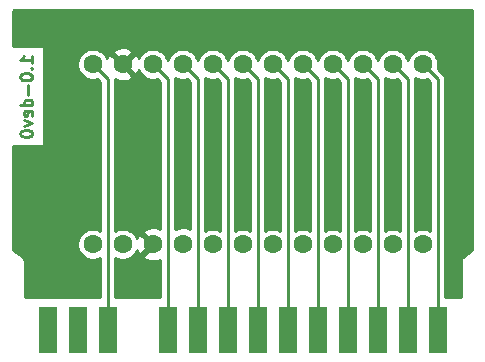
<source format=gbr>
G04 #@! TF.GenerationSoftware,KiCad,Pcbnew,(5.1.9-0-10_14)*
G04 #@! TF.CreationDate,2021-02-11T14:48:44-08:00*
G04 #@! TF.ProjectId,cart,63617274-2e6b-4696-9361-645f70636258,rev?*
G04 #@! TF.SameCoordinates,Original*
G04 #@! TF.FileFunction,Copper,L2,Bot*
G04 #@! TF.FilePolarity,Positive*
%FSLAX46Y46*%
G04 Gerber Fmt 4.6, Leading zero omitted, Abs format (unit mm)*
G04 Created by KiCad (PCBNEW (5.1.9-0-10_14)) date 2021-02-11 14:48:44*
%MOMM*%
%LPD*%
G01*
G04 APERTURE LIST*
G04 #@! TA.AperFunction,NonConductor*
%ADD10C,0.228600*%
G04 #@! TD*
G04 #@! TA.AperFunction,ConnectorPad*
%ADD11R,1.600000X4.000000*%
G04 #@! TD*
G04 #@! TA.AperFunction,ComponentPad*
%ADD12C,1.600000*%
G04 #@! TD*
G04 #@! TA.AperFunction,ViaPad*
%ADD13C,0.600000*%
G04 #@! TD*
G04 #@! TA.AperFunction,Conductor*
%ADD14C,0.254000*%
G04 #@! TD*
G04 #@! TA.AperFunction,Conductor*
%ADD15C,0.100000*%
G04 #@! TD*
G04 APERTURE END LIST*
D10*
X121871619Y-104046685D02*
X121871619Y-103466113D01*
X121871619Y-103756399D02*
X120855619Y-103756399D01*
X121000761Y-103659637D01*
X121097523Y-103562875D01*
X121145904Y-103466113D01*
X121774857Y-104482113D02*
X121823238Y-104530494D01*
X121871619Y-104482113D01*
X121823238Y-104433732D01*
X121774857Y-104482113D01*
X121871619Y-104482113D01*
X120855619Y-105159447D02*
X120855619Y-105256209D01*
X120904000Y-105352970D01*
X120952380Y-105401351D01*
X121049142Y-105449732D01*
X121242666Y-105498113D01*
X121484571Y-105498113D01*
X121678095Y-105449732D01*
X121774857Y-105401351D01*
X121823238Y-105352970D01*
X121871619Y-105256209D01*
X121871619Y-105159447D01*
X121823238Y-105062685D01*
X121774857Y-105014304D01*
X121678095Y-104965923D01*
X121484571Y-104917542D01*
X121242666Y-104917542D01*
X121049142Y-104965923D01*
X120952380Y-105014304D01*
X120904000Y-105062685D01*
X120855619Y-105159447D01*
X121484571Y-105933542D02*
X121484571Y-106707637D01*
X121871619Y-107626875D02*
X120855619Y-107626875D01*
X121823238Y-107626875D02*
X121871619Y-107530113D01*
X121871619Y-107336590D01*
X121823238Y-107239828D01*
X121774857Y-107191447D01*
X121678095Y-107143066D01*
X121387809Y-107143066D01*
X121291047Y-107191447D01*
X121242666Y-107239828D01*
X121194285Y-107336590D01*
X121194285Y-107530113D01*
X121242666Y-107626875D01*
X121823238Y-108497732D02*
X121871619Y-108400970D01*
X121871619Y-108207447D01*
X121823238Y-108110685D01*
X121726476Y-108062304D01*
X121339428Y-108062304D01*
X121242666Y-108110685D01*
X121194285Y-108207447D01*
X121194285Y-108400970D01*
X121242666Y-108497732D01*
X121339428Y-108546113D01*
X121436190Y-108546113D01*
X121532952Y-108062304D01*
X121194285Y-108884780D02*
X121871619Y-109126685D01*
X121194285Y-109368590D01*
X120855619Y-109949161D02*
X120855619Y-110045923D01*
X120904000Y-110142685D01*
X120952380Y-110191066D01*
X121049142Y-110239447D01*
X121242666Y-110287828D01*
X121484571Y-110287828D01*
X121678095Y-110239447D01*
X121774857Y-110191066D01*
X121823238Y-110142685D01*
X121871619Y-110045923D01*
X121871619Y-109949161D01*
X121823238Y-109852399D01*
X121774857Y-109804018D01*
X121678095Y-109755637D01*
X121484571Y-109707256D01*
X121242666Y-109707256D01*
X121049142Y-109755637D01*
X120952380Y-109804018D01*
X120904000Y-109852399D01*
X120855619Y-109949161D01*
D11*
X123190000Y-126619000D03*
X125730000Y-126619000D03*
X128270000Y-126619000D03*
X133350000Y-126619000D03*
X135890000Y-126619000D03*
X138430000Y-126619000D03*
X140970000Y-126619000D03*
X143510000Y-126619000D03*
X146050000Y-126619000D03*
X148590000Y-126619000D03*
X151130000Y-126619000D03*
X156210000Y-126619000D03*
X153670000Y-126619000D03*
D12*
X127000000Y-104140000D03*
X129540000Y-104140000D03*
X132080000Y-104140000D03*
X134620000Y-104140000D03*
X137160000Y-104140000D03*
X139700000Y-104140000D03*
X142240000Y-104140000D03*
X144780000Y-104140000D03*
X147320000Y-104140000D03*
X149860000Y-104140000D03*
X152400000Y-104140000D03*
X154940000Y-104140000D03*
X154940000Y-119380000D03*
X152400000Y-119380000D03*
X149860000Y-119380000D03*
X147320000Y-119380000D03*
X144780000Y-119380000D03*
X142240000Y-119380000D03*
X139700000Y-119380000D03*
X137160000Y-119380000D03*
X134620000Y-119380000D03*
X132080000Y-119380000D03*
X129540000Y-119380000D03*
X127000000Y-119380000D03*
D13*
X134620000Y-111760000D03*
X137160000Y-111760000D03*
X139700000Y-111760000D03*
X142240000Y-111760000D03*
X144780000Y-111760000D03*
X147320000Y-111760000D03*
X149860000Y-111760000D03*
X152400000Y-111760000D03*
X154940000Y-111760000D03*
X158115000Y-117475000D03*
X125095000Y-111760000D03*
D14*
X128270000Y-105410000D02*
X128270000Y-126619000D01*
X127000000Y-104140000D02*
X128270000Y-105410000D01*
X133350000Y-105410000D02*
X133350000Y-126619000D01*
X132080000Y-104140000D02*
X133350000Y-105410000D01*
X135890000Y-105410000D02*
X135890000Y-126619000D01*
X134620000Y-104140000D02*
X135890000Y-105410000D01*
X138430000Y-105410000D02*
X138430000Y-126619000D01*
X137160000Y-104140000D02*
X138430000Y-105410000D01*
X140970000Y-105410000D02*
X140970000Y-126619000D01*
X139700000Y-104140000D02*
X140970000Y-105410000D01*
X143510000Y-105410000D02*
X143510000Y-126619000D01*
X142240000Y-104140000D02*
X143510000Y-105410000D01*
X146050000Y-105410000D02*
X146050000Y-126619000D01*
X144780000Y-104140000D02*
X146050000Y-105410000D01*
X148590000Y-105410000D02*
X148590000Y-126619000D01*
X147320000Y-104140000D02*
X148590000Y-105410000D01*
X151130000Y-105410000D02*
X151130000Y-126619000D01*
X149860000Y-104140000D02*
X151130000Y-105410000D01*
X156210000Y-105410000D02*
X156210000Y-126619000D01*
X154940000Y-104140000D02*
X156210000Y-105410000D01*
X153670000Y-105410000D02*
X153670000Y-126619000D01*
X152400000Y-104140000D02*
X153670000Y-105410000D01*
X159017344Y-99542792D02*
X159045572Y-99551315D01*
X159071609Y-99565159D01*
X159094460Y-99583796D01*
X159113257Y-99606517D01*
X159127278Y-99632448D01*
X159135998Y-99660620D01*
X159142000Y-99717722D01*
X159142001Y-119840896D01*
X158420334Y-120390807D01*
X158410579Y-120396021D01*
X158372756Y-120427062D01*
X158357746Y-120438499D01*
X158349713Y-120445972D01*
X158317999Y-120471999D01*
X158305935Y-120486699D01*
X158292027Y-120499638D01*
X158268040Y-120532875D01*
X158242021Y-120564580D01*
X158233060Y-120581344D01*
X158221940Y-120596753D01*
X158204895Y-120634038D01*
X158185564Y-120670204D01*
X158180046Y-120688393D01*
X158172145Y-120705677D01*
X158162701Y-120745575D01*
X158150798Y-120784812D01*
X158148935Y-120803726D01*
X158144557Y-120822221D01*
X158143078Y-120863199D01*
X158142000Y-120874140D01*
X158142000Y-120893046D01*
X158140236Y-120941907D01*
X158142000Y-120952819D01*
X158142000Y-123888500D01*
X156845000Y-123888500D01*
X156845000Y-105441180D01*
X156848071Y-105409999D01*
X156845000Y-105378818D01*
X156845000Y-105378808D01*
X156835812Y-105285518D01*
X156799502Y-105165820D01*
X156740538Y-105055507D01*
X156740537Y-105055505D01*
X156681068Y-104983043D01*
X156661185Y-104958815D01*
X156636956Y-104938931D01*
X156201354Y-104503330D01*
X156248000Y-104268827D01*
X156248000Y-104011173D01*
X156197734Y-103758470D01*
X156099135Y-103520430D01*
X155955990Y-103306199D01*
X155773801Y-103124010D01*
X155559570Y-102980865D01*
X155321530Y-102882266D01*
X155068827Y-102832000D01*
X154811173Y-102832000D01*
X154558470Y-102882266D01*
X154320430Y-102980865D01*
X154106199Y-103124010D01*
X153924010Y-103306199D01*
X153780865Y-103520430D01*
X153682266Y-103758470D01*
X153670000Y-103820135D01*
X153657734Y-103758470D01*
X153559135Y-103520430D01*
X153415990Y-103306199D01*
X153233801Y-103124010D01*
X153019570Y-102980865D01*
X152781530Y-102882266D01*
X152528827Y-102832000D01*
X152271173Y-102832000D01*
X152018470Y-102882266D01*
X151780430Y-102980865D01*
X151566199Y-103124010D01*
X151384010Y-103306199D01*
X151240865Y-103520430D01*
X151142266Y-103758470D01*
X151130000Y-103820135D01*
X151117734Y-103758470D01*
X151019135Y-103520430D01*
X150875990Y-103306199D01*
X150693801Y-103124010D01*
X150479570Y-102980865D01*
X150241530Y-102882266D01*
X149988827Y-102832000D01*
X149731173Y-102832000D01*
X149478470Y-102882266D01*
X149240430Y-102980865D01*
X149026199Y-103124010D01*
X148844010Y-103306199D01*
X148700865Y-103520430D01*
X148602266Y-103758470D01*
X148590000Y-103820135D01*
X148577734Y-103758470D01*
X148479135Y-103520430D01*
X148335990Y-103306199D01*
X148153801Y-103124010D01*
X147939570Y-102980865D01*
X147701530Y-102882266D01*
X147448827Y-102832000D01*
X147191173Y-102832000D01*
X146938470Y-102882266D01*
X146700430Y-102980865D01*
X146486199Y-103124010D01*
X146304010Y-103306199D01*
X146160865Y-103520430D01*
X146062266Y-103758470D01*
X146050000Y-103820135D01*
X146037734Y-103758470D01*
X145939135Y-103520430D01*
X145795990Y-103306199D01*
X145613801Y-103124010D01*
X145399570Y-102980865D01*
X145161530Y-102882266D01*
X144908827Y-102832000D01*
X144651173Y-102832000D01*
X144398470Y-102882266D01*
X144160430Y-102980865D01*
X143946199Y-103124010D01*
X143764010Y-103306199D01*
X143620865Y-103520430D01*
X143522266Y-103758470D01*
X143510000Y-103820135D01*
X143497734Y-103758470D01*
X143399135Y-103520430D01*
X143255990Y-103306199D01*
X143073801Y-103124010D01*
X142859570Y-102980865D01*
X142621530Y-102882266D01*
X142368827Y-102832000D01*
X142111173Y-102832000D01*
X141858470Y-102882266D01*
X141620430Y-102980865D01*
X141406199Y-103124010D01*
X141224010Y-103306199D01*
X141080865Y-103520430D01*
X140982266Y-103758470D01*
X140970000Y-103820135D01*
X140957734Y-103758470D01*
X140859135Y-103520430D01*
X140715990Y-103306199D01*
X140533801Y-103124010D01*
X140319570Y-102980865D01*
X140081530Y-102882266D01*
X139828827Y-102832000D01*
X139571173Y-102832000D01*
X139318470Y-102882266D01*
X139080430Y-102980865D01*
X138866199Y-103124010D01*
X138684010Y-103306199D01*
X138540865Y-103520430D01*
X138442266Y-103758470D01*
X138430000Y-103820135D01*
X138417734Y-103758470D01*
X138319135Y-103520430D01*
X138175990Y-103306199D01*
X137993801Y-103124010D01*
X137779570Y-102980865D01*
X137541530Y-102882266D01*
X137288827Y-102832000D01*
X137031173Y-102832000D01*
X136778470Y-102882266D01*
X136540430Y-102980865D01*
X136326199Y-103124010D01*
X136144010Y-103306199D01*
X136000865Y-103520430D01*
X135902266Y-103758470D01*
X135890000Y-103820135D01*
X135877734Y-103758470D01*
X135779135Y-103520430D01*
X135635990Y-103306199D01*
X135453801Y-103124010D01*
X135239570Y-102980865D01*
X135001530Y-102882266D01*
X134748827Y-102832000D01*
X134491173Y-102832000D01*
X134238470Y-102882266D01*
X134000430Y-102980865D01*
X133786199Y-103124010D01*
X133604010Y-103306199D01*
X133460865Y-103520430D01*
X133362266Y-103758470D01*
X133350000Y-103820135D01*
X133337734Y-103758470D01*
X133239135Y-103520430D01*
X133095990Y-103306199D01*
X132913801Y-103124010D01*
X132699570Y-102980865D01*
X132461530Y-102882266D01*
X132208827Y-102832000D01*
X131951173Y-102832000D01*
X131698470Y-102882266D01*
X131460430Y-102980865D01*
X131246199Y-103124010D01*
X131064010Y-103306199D01*
X130920865Y-103520430D01*
X130878772Y-103622051D01*
X130843603Y-103523708D01*
X130776671Y-103398486D01*
X130532702Y-103326903D01*
X129719605Y-104140000D01*
X130532702Y-104953097D01*
X130776671Y-104881514D01*
X130880492Y-104662100D01*
X130920865Y-104759570D01*
X131064010Y-104973801D01*
X131246199Y-105155990D01*
X131460430Y-105299135D01*
X131698470Y-105397734D01*
X131951173Y-105448000D01*
X132208827Y-105448000D01*
X132443330Y-105401354D01*
X132715000Y-105673025D01*
X132715001Y-118092930D01*
X132566004Y-118022429D01*
X132291816Y-117953700D01*
X132009488Y-117939783D01*
X131729870Y-117981213D01*
X131463708Y-118076397D01*
X131338486Y-118143329D01*
X131266903Y-118387298D01*
X132080000Y-119200395D01*
X132094143Y-119186253D01*
X132273748Y-119365858D01*
X132259605Y-119380000D01*
X132273748Y-119394143D01*
X132094143Y-119573748D01*
X132080000Y-119559605D01*
X131266903Y-120372702D01*
X131338486Y-120616671D01*
X131593996Y-120737571D01*
X131868184Y-120806300D01*
X132150512Y-120820217D01*
X132430130Y-120778787D01*
X132696292Y-120683603D01*
X132715001Y-120673603D01*
X132715001Y-123888500D01*
X128905000Y-123888500D01*
X128905000Y-120528825D01*
X128920430Y-120539135D01*
X129158470Y-120637734D01*
X129411173Y-120688000D01*
X129668827Y-120688000D01*
X129921530Y-120637734D01*
X130159570Y-120539135D01*
X130373801Y-120395990D01*
X130555990Y-120213801D01*
X130699135Y-119999570D01*
X130741228Y-119897949D01*
X130776397Y-119996292D01*
X130843329Y-120121514D01*
X131087298Y-120193097D01*
X131900395Y-119380000D01*
X131087298Y-118566903D01*
X130843329Y-118638486D01*
X130739508Y-118857900D01*
X130699135Y-118760430D01*
X130555990Y-118546199D01*
X130373801Y-118364010D01*
X130159570Y-118220865D01*
X129921530Y-118122266D01*
X129668827Y-118072000D01*
X129411173Y-118072000D01*
X129158470Y-118122266D01*
X128920430Y-118220865D01*
X128905000Y-118231175D01*
X128905000Y-105441180D01*
X128906328Y-105427699D01*
X129053996Y-105497571D01*
X129328184Y-105566300D01*
X129610512Y-105580217D01*
X129890130Y-105538787D01*
X130156292Y-105443603D01*
X130281514Y-105376671D01*
X130353097Y-105132702D01*
X129540000Y-104319605D01*
X129525858Y-104333748D01*
X129346253Y-104154143D01*
X129360395Y-104140000D01*
X128547298Y-103326903D01*
X128303329Y-103398486D01*
X128199508Y-103617900D01*
X128159135Y-103520430D01*
X128015990Y-103306199D01*
X127857089Y-103147298D01*
X128726903Y-103147298D01*
X129540000Y-103960395D01*
X130353097Y-103147298D01*
X130281514Y-102903329D01*
X130026004Y-102782429D01*
X129751816Y-102713700D01*
X129469488Y-102699783D01*
X129189870Y-102741213D01*
X128923708Y-102836397D01*
X128798486Y-102903329D01*
X128726903Y-103147298D01*
X127857089Y-103147298D01*
X127833801Y-103124010D01*
X127619570Y-102980865D01*
X127381530Y-102882266D01*
X127128827Y-102832000D01*
X126871173Y-102832000D01*
X126618470Y-102882266D01*
X126380430Y-102980865D01*
X126166199Y-103124010D01*
X125984010Y-103306199D01*
X125840865Y-103520430D01*
X125742266Y-103758470D01*
X125692000Y-104011173D01*
X125692000Y-104268827D01*
X125742266Y-104521530D01*
X125840865Y-104759570D01*
X125984010Y-104973801D01*
X126166199Y-105155990D01*
X126380430Y-105299135D01*
X126618470Y-105397734D01*
X126871173Y-105448000D01*
X127128827Y-105448000D01*
X127363330Y-105401354D01*
X127635000Y-105673025D01*
X127635001Y-118231175D01*
X127619570Y-118220865D01*
X127381530Y-118122266D01*
X127128827Y-118072000D01*
X126871173Y-118072000D01*
X126618470Y-118122266D01*
X126380430Y-118220865D01*
X126166199Y-118364010D01*
X125984010Y-118546199D01*
X125840865Y-118760430D01*
X125742266Y-118998470D01*
X125692000Y-119251173D01*
X125692000Y-119508827D01*
X125742266Y-119761530D01*
X125840865Y-119999570D01*
X125984010Y-120213801D01*
X126166199Y-120395990D01*
X126380430Y-120539135D01*
X126618470Y-120637734D01*
X126871173Y-120688000D01*
X127128827Y-120688000D01*
X127381530Y-120637734D01*
X127619570Y-120539135D01*
X127635001Y-120528824D01*
X127635001Y-123888500D01*
X121258000Y-123888500D01*
X121258000Y-120949819D01*
X121259764Y-120938907D01*
X121258000Y-120890046D01*
X121258000Y-120871139D01*
X121256922Y-120860198D01*
X121255443Y-120819220D01*
X121251065Y-120800725D01*
X121249202Y-120781811D01*
X121237299Y-120742574D01*
X121227855Y-120702676D01*
X121219954Y-120685392D01*
X121214436Y-120667203D01*
X121195105Y-120631037D01*
X121178060Y-120593752D01*
X121166940Y-120578343D01*
X121157979Y-120561579D01*
X121131962Y-120529877D01*
X121107973Y-120496637D01*
X121094062Y-120483695D01*
X121082001Y-120468999D01*
X121050298Y-120442982D01*
X121042254Y-120435498D01*
X121027219Y-120424042D01*
X120989420Y-120393021D01*
X120979672Y-120387811D01*
X120258000Y-119837897D01*
X120258000Y-111069362D01*
X122883930Y-111069362D01*
X122883930Y-102616000D01*
X120258000Y-102616000D01*
X120258000Y-99720732D01*
X120263792Y-99661656D01*
X120272315Y-99633428D01*
X120286159Y-99607391D01*
X120304796Y-99584540D01*
X120327517Y-99565743D01*
X120353448Y-99551722D01*
X120381620Y-99543002D01*
X120438722Y-99537000D01*
X158958268Y-99537000D01*
X159017344Y-99542792D01*
G04 #@! TA.AperFunction,Conductor*
D15*
G36*
X159017344Y-99542792D02*
G01*
X159045572Y-99551315D01*
X159071609Y-99565159D01*
X159094460Y-99583796D01*
X159113257Y-99606517D01*
X159127278Y-99632448D01*
X159135998Y-99660620D01*
X159142000Y-99717722D01*
X159142001Y-119840896D01*
X158420334Y-120390807D01*
X158410579Y-120396021D01*
X158372756Y-120427062D01*
X158357746Y-120438499D01*
X158349713Y-120445972D01*
X158317999Y-120471999D01*
X158305935Y-120486699D01*
X158292027Y-120499638D01*
X158268040Y-120532875D01*
X158242021Y-120564580D01*
X158233060Y-120581344D01*
X158221940Y-120596753D01*
X158204895Y-120634038D01*
X158185564Y-120670204D01*
X158180046Y-120688393D01*
X158172145Y-120705677D01*
X158162701Y-120745575D01*
X158150798Y-120784812D01*
X158148935Y-120803726D01*
X158144557Y-120822221D01*
X158143078Y-120863199D01*
X158142000Y-120874140D01*
X158142000Y-120893046D01*
X158140236Y-120941907D01*
X158142000Y-120952819D01*
X158142000Y-123888500D01*
X156845000Y-123888500D01*
X156845000Y-105441180D01*
X156848071Y-105409999D01*
X156845000Y-105378818D01*
X156845000Y-105378808D01*
X156835812Y-105285518D01*
X156799502Y-105165820D01*
X156740538Y-105055507D01*
X156740537Y-105055505D01*
X156681068Y-104983043D01*
X156661185Y-104958815D01*
X156636956Y-104938931D01*
X156201354Y-104503330D01*
X156248000Y-104268827D01*
X156248000Y-104011173D01*
X156197734Y-103758470D01*
X156099135Y-103520430D01*
X155955990Y-103306199D01*
X155773801Y-103124010D01*
X155559570Y-102980865D01*
X155321530Y-102882266D01*
X155068827Y-102832000D01*
X154811173Y-102832000D01*
X154558470Y-102882266D01*
X154320430Y-102980865D01*
X154106199Y-103124010D01*
X153924010Y-103306199D01*
X153780865Y-103520430D01*
X153682266Y-103758470D01*
X153670000Y-103820135D01*
X153657734Y-103758470D01*
X153559135Y-103520430D01*
X153415990Y-103306199D01*
X153233801Y-103124010D01*
X153019570Y-102980865D01*
X152781530Y-102882266D01*
X152528827Y-102832000D01*
X152271173Y-102832000D01*
X152018470Y-102882266D01*
X151780430Y-102980865D01*
X151566199Y-103124010D01*
X151384010Y-103306199D01*
X151240865Y-103520430D01*
X151142266Y-103758470D01*
X151130000Y-103820135D01*
X151117734Y-103758470D01*
X151019135Y-103520430D01*
X150875990Y-103306199D01*
X150693801Y-103124010D01*
X150479570Y-102980865D01*
X150241530Y-102882266D01*
X149988827Y-102832000D01*
X149731173Y-102832000D01*
X149478470Y-102882266D01*
X149240430Y-102980865D01*
X149026199Y-103124010D01*
X148844010Y-103306199D01*
X148700865Y-103520430D01*
X148602266Y-103758470D01*
X148590000Y-103820135D01*
X148577734Y-103758470D01*
X148479135Y-103520430D01*
X148335990Y-103306199D01*
X148153801Y-103124010D01*
X147939570Y-102980865D01*
X147701530Y-102882266D01*
X147448827Y-102832000D01*
X147191173Y-102832000D01*
X146938470Y-102882266D01*
X146700430Y-102980865D01*
X146486199Y-103124010D01*
X146304010Y-103306199D01*
X146160865Y-103520430D01*
X146062266Y-103758470D01*
X146050000Y-103820135D01*
X146037734Y-103758470D01*
X145939135Y-103520430D01*
X145795990Y-103306199D01*
X145613801Y-103124010D01*
X145399570Y-102980865D01*
X145161530Y-102882266D01*
X144908827Y-102832000D01*
X144651173Y-102832000D01*
X144398470Y-102882266D01*
X144160430Y-102980865D01*
X143946199Y-103124010D01*
X143764010Y-103306199D01*
X143620865Y-103520430D01*
X143522266Y-103758470D01*
X143510000Y-103820135D01*
X143497734Y-103758470D01*
X143399135Y-103520430D01*
X143255990Y-103306199D01*
X143073801Y-103124010D01*
X142859570Y-102980865D01*
X142621530Y-102882266D01*
X142368827Y-102832000D01*
X142111173Y-102832000D01*
X141858470Y-102882266D01*
X141620430Y-102980865D01*
X141406199Y-103124010D01*
X141224010Y-103306199D01*
X141080865Y-103520430D01*
X140982266Y-103758470D01*
X140970000Y-103820135D01*
X140957734Y-103758470D01*
X140859135Y-103520430D01*
X140715990Y-103306199D01*
X140533801Y-103124010D01*
X140319570Y-102980865D01*
X140081530Y-102882266D01*
X139828827Y-102832000D01*
X139571173Y-102832000D01*
X139318470Y-102882266D01*
X139080430Y-102980865D01*
X138866199Y-103124010D01*
X138684010Y-103306199D01*
X138540865Y-103520430D01*
X138442266Y-103758470D01*
X138430000Y-103820135D01*
X138417734Y-103758470D01*
X138319135Y-103520430D01*
X138175990Y-103306199D01*
X137993801Y-103124010D01*
X137779570Y-102980865D01*
X137541530Y-102882266D01*
X137288827Y-102832000D01*
X137031173Y-102832000D01*
X136778470Y-102882266D01*
X136540430Y-102980865D01*
X136326199Y-103124010D01*
X136144010Y-103306199D01*
X136000865Y-103520430D01*
X135902266Y-103758470D01*
X135890000Y-103820135D01*
X135877734Y-103758470D01*
X135779135Y-103520430D01*
X135635990Y-103306199D01*
X135453801Y-103124010D01*
X135239570Y-102980865D01*
X135001530Y-102882266D01*
X134748827Y-102832000D01*
X134491173Y-102832000D01*
X134238470Y-102882266D01*
X134000430Y-102980865D01*
X133786199Y-103124010D01*
X133604010Y-103306199D01*
X133460865Y-103520430D01*
X133362266Y-103758470D01*
X133350000Y-103820135D01*
X133337734Y-103758470D01*
X133239135Y-103520430D01*
X133095990Y-103306199D01*
X132913801Y-103124010D01*
X132699570Y-102980865D01*
X132461530Y-102882266D01*
X132208827Y-102832000D01*
X131951173Y-102832000D01*
X131698470Y-102882266D01*
X131460430Y-102980865D01*
X131246199Y-103124010D01*
X131064010Y-103306199D01*
X130920865Y-103520430D01*
X130878772Y-103622051D01*
X130843603Y-103523708D01*
X130776671Y-103398486D01*
X130532702Y-103326903D01*
X129719605Y-104140000D01*
X130532702Y-104953097D01*
X130776671Y-104881514D01*
X130880492Y-104662100D01*
X130920865Y-104759570D01*
X131064010Y-104973801D01*
X131246199Y-105155990D01*
X131460430Y-105299135D01*
X131698470Y-105397734D01*
X131951173Y-105448000D01*
X132208827Y-105448000D01*
X132443330Y-105401354D01*
X132715000Y-105673025D01*
X132715001Y-118092930D01*
X132566004Y-118022429D01*
X132291816Y-117953700D01*
X132009488Y-117939783D01*
X131729870Y-117981213D01*
X131463708Y-118076397D01*
X131338486Y-118143329D01*
X131266903Y-118387298D01*
X132080000Y-119200395D01*
X132094143Y-119186253D01*
X132273748Y-119365858D01*
X132259605Y-119380000D01*
X132273748Y-119394143D01*
X132094143Y-119573748D01*
X132080000Y-119559605D01*
X131266903Y-120372702D01*
X131338486Y-120616671D01*
X131593996Y-120737571D01*
X131868184Y-120806300D01*
X132150512Y-120820217D01*
X132430130Y-120778787D01*
X132696292Y-120683603D01*
X132715001Y-120673603D01*
X132715001Y-123888500D01*
X128905000Y-123888500D01*
X128905000Y-120528825D01*
X128920430Y-120539135D01*
X129158470Y-120637734D01*
X129411173Y-120688000D01*
X129668827Y-120688000D01*
X129921530Y-120637734D01*
X130159570Y-120539135D01*
X130373801Y-120395990D01*
X130555990Y-120213801D01*
X130699135Y-119999570D01*
X130741228Y-119897949D01*
X130776397Y-119996292D01*
X130843329Y-120121514D01*
X131087298Y-120193097D01*
X131900395Y-119380000D01*
X131087298Y-118566903D01*
X130843329Y-118638486D01*
X130739508Y-118857900D01*
X130699135Y-118760430D01*
X130555990Y-118546199D01*
X130373801Y-118364010D01*
X130159570Y-118220865D01*
X129921530Y-118122266D01*
X129668827Y-118072000D01*
X129411173Y-118072000D01*
X129158470Y-118122266D01*
X128920430Y-118220865D01*
X128905000Y-118231175D01*
X128905000Y-105441180D01*
X128906328Y-105427699D01*
X129053996Y-105497571D01*
X129328184Y-105566300D01*
X129610512Y-105580217D01*
X129890130Y-105538787D01*
X130156292Y-105443603D01*
X130281514Y-105376671D01*
X130353097Y-105132702D01*
X129540000Y-104319605D01*
X129525858Y-104333748D01*
X129346253Y-104154143D01*
X129360395Y-104140000D01*
X128547298Y-103326903D01*
X128303329Y-103398486D01*
X128199508Y-103617900D01*
X128159135Y-103520430D01*
X128015990Y-103306199D01*
X127857089Y-103147298D01*
X128726903Y-103147298D01*
X129540000Y-103960395D01*
X130353097Y-103147298D01*
X130281514Y-102903329D01*
X130026004Y-102782429D01*
X129751816Y-102713700D01*
X129469488Y-102699783D01*
X129189870Y-102741213D01*
X128923708Y-102836397D01*
X128798486Y-102903329D01*
X128726903Y-103147298D01*
X127857089Y-103147298D01*
X127833801Y-103124010D01*
X127619570Y-102980865D01*
X127381530Y-102882266D01*
X127128827Y-102832000D01*
X126871173Y-102832000D01*
X126618470Y-102882266D01*
X126380430Y-102980865D01*
X126166199Y-103124010D01*
X125984010Y-103306199D01*
X125840865Y-103520430D01*
X125742266Y-103758470D01*
X125692000Y-104011173D01*
X125692000Y-104268827D01*
X125742266Y-104521530D01*
X125840865Y-104759570D01*
X125984010Y-104973801D01*
X126166199Y-105155990D01*
X126380430Y-105299135D01*
X126618470Y-105397734D01*
X126871173Y-105448000D01*
X127128827Y-105448000D01*
X127363330Y-105401354D01*
X127635000Y-105673025D01*
X127635001Y-118231175D01*
X127619570Y-118220865D01*
X127381530Y-118122266D01*
X127128827Y-118072000D01*
X126871173Y-118072000D01*
X126618470Y-118122266D01*
X126380430Y-118220865D01*
X126166199Y-118364010D01*
X125984010Y-118546199D01*
X125840865Y-118760430D01*
X125742266Y-118998470D01*
X125692000Y-119251173D01*
X125692000Y-119508827D01*
X125742266Y-119761530D01*
X125840865Y-119999570D01*
X125984010Y-120213801D01*
X126166199Y-120395990D01*
X126380430Y-120539135D01*
X126618470Y-120637734D01*
X126871173Y-120688000D01*
X127128827Y-120688000D01*
X127381530Y-120637734D01*
X127619570Y-120539135D01*
X127635001Y-120528824D01*
X127635001Y-123888500D01*
X121258000Y-123888500D01*
X121258000Y-120949819D01*
X121259764Y-120938907D01*
X121258000Y-120890046D01*
X121258000Y-120871139D01*
X121256922Y-120860198D01*
X121255443Y-120819220D01*
X121251065Y-120800725D01*
X121249202Y-120781811D01*
X121237299Y-120742574D01*
X121227855Y-120702676D01*
X121219954Y-120685392D01*
X121214436Y-120667203D01*
X121195105Y-120631037D01*
X121178060Y-120593752D01*
X121166940Y-120578343D01*
X121157979Y-120561579D01*
X121131962Y-120529877D01*
X121107973Y-120496637D01*
X121094062Y-120483695D01*
X121082001Y-120468999D01*
X121050298Y-120442982D01*
X121042254Y-120435498D01*
X121027219Y-120424042D01*
X120989420Y-120393021D01*
X120979672Y-120387811D01*
X120258000Y-119837897D01*
X120258000Y-111069362D01*
X122883930Y-111069362D01*
X122883930Y-102616000D01*
X120258000Y-102616000D01*
X120258000Y-99720732D01*
X120263792Y-99661656D01*
X120272315Y-99633428D01*
X120286159Y-99607391D01*
X120304796Y-99584540D01*
X120327517Y-99565743D01*
X120353448Y-99551722D01*
X120381620Y-99543002D01*
X120438722Y-99537000D01*
X158958268Y-99537000D01*
X159017344Y-99542792D01*
G37*
G04 #@! TD.AperFunction*
D14*
X134813748Y-119365858D02*
X134799605Y-119380000D01*
X134813748Y-119394143D01*
X134634143Y-119573748D01*
X134620000Y-119559605D01*
X134605858Y-119573748D01*
X134426253Y-119394143D01*
X134440395Y-119380000D01*
X134426253Y-119365858D01*
X134605858Y-119186253D01*
X134620000Y-119200395D01*
X134634143Y-119186253D01*
X134813748Y-119365858D01*
G04 #@! TA.AperFunction,Conductor*
D15*
G36*
X134813748Y-119365858D02*
G01*
X134799605Y-119380000D01*
X134813748Y-119394143D01*
X134634143Y-119573748D01*
X134620000Y-119559605D01*
X134605858Y-119573748D01*
X134426253Y-119394143D01*
X134440395Y-119380000D01*
X134426253Y-119365858D01*
X134605858Y-119186253D01*
X134620000Y-119200395D01*
X134634143Y-119186253D01*
X134813748Y-119365858D01*
G37*
G04 #@! TD.AperFunction*
D14*
X141620430Y-105299135D02*
X141858470Y-105397734D01*
X142111173Y-105448000D01*
X142368827Y-105448000D01*
X142603330Y-105401354D01*
X142875000Y-105673025D01*
X142875001Y-118231175D01*
X142859570Y-118220865D01*
X142621530Y-118122266D01*
X142368827Y-118072000D01*
X142111173Y-118072000D01*
X141858470Y-118122266D01*
X141620430Y-118220865D01*
X141605000Y-118231175D01*
X141605000Y-105441180D01*
X141608071Y-105409999D01*
X141605000Y-105378818D01*
X141605000Y-105378808D01*
X141595812Y-105285518D01*
X141594734Y-105281966D01*
X141620430Y-105299135D01*
G04 #@! TA.AperFunction,Conductor*
D15*
G36*
X141620430Y-105299135D02*
G01*
X141858470Y-105397734D01*
X142111173Y-105448000D01*
X142368827Y-105448000D01*
X142603330Y-105401354D01*
X142875000Y-105673025D01*
X142875001Y-118231175D01*
X142859570Y-118220865D01*
X142621530Y-118122266D01*
X142368827Y-118072000D01*
X142111173Y-118072000D01*
X141858470Y-118122266D01*
X141620430Y-118220865D01*
X141605000Y-118231175D01*
X141605000Y-105441180D01*
X141608071Y-105409999D01*
X141605000Y-105378818D01*
X141605000Y-105378808D01*
X141595812Y-105285518D01*
X141594734Y-105281966D01*
X141620430Y-105299135D01*
G37*
G04 #@! TD.AperFunction*
D14*
X151780430Y-105299135D02*
X152018470Y-105397734D01*
X152271173Y-105448000D01*
X152528827Y-105448000D01*
X152763330Y-105401354D01*
X153035000Y-105673025D01*
X153035001Y-118231175D01*
X153019570Y-118220865D01*
X152781530Y-118122266D01*
X152528827Y-118072000D01*
X152271173Y-118072000D01*
X152018470Y-118122266D01*
X151780430Y-118220865D01*
X151765000Y-118231175D01*
X151765000Y-105441180D01*
X151768071Y-105409999D01*
X151765000Y-105378818D01*
X151765000Y-105378808D01*
X151755812Y-105285518D01*
X151754734Y-105281966D01*
X151780430Y-105299135D01*
G04 #@! TA.AperFunction,Conductor*
D15*
G36*
X151780430Y-105299135D02*
G01*
X152018470Y-105397734D01*
X152271173Y-105448000D01*
X152528827Y-105448000D01*
X152763330Y-105401354D01*
X153035000Y-105673025D01*
X153035001Y-118231175D01*
X153019570Y-118220865D01*
X152781530Y-118122266D01*
X152528827Y-118072000D01*
X152271173Y-118072000D01*
X152018470Y-118122266D01*
X151780430Y-118220865D01*
X151765000Y-118231175D01*
X151765000Y-105441180D01*
X151768071Y-105409999D01*
X151765000Y-105378818D01*
X151765000Y-105378808D01*
X151755812Y-105285518D01*
X151754734Y-105281966D01*
X151780430Y-105299135D01*
G37*
G04 #@! TD.AperFunction*
D14*
X149240430Y-105299135D02*
X149478470Y-105397734D01*
X149731173Y-105448000D01*
X149988827Y-105448000D01*
X150223330Y-105401354D01*
X150495000Y-105673025D01*
X150495001Y-118231175D01*
X150479570Y-118220865D01*
X150241530Y-118122266D01*
X149988827Y-118072000D01*
X149731173Y-118072000D01*
X149478470Y-118122266D01*
X149240430Y-118220865D01*
X149225000Y-118231175D01*
X149225000Y-105441180D01*
X149228071Y-105409999D01*
X149225000Y-105378818D01*
X149225000Y-105378808D01*
X149215812Y-105285518D01*
X149214734Y-105281966D01*
X149240430Y-105299135D01*
G04 #@! TA.AperFunction,Conductor*
D15*
G36*
X149240430Y-105299135D02*
G01*
X149478470Y-105397734D01*
X149731173Y-105448000D01*
X149988827Y-105448000D01*
X150223330Y-105401354D01*
X150495000Y-105673025D01*
X150495001Y-118231175D01*
X150479570Y-118220865D01*
X150241530Y-118122266D01*
X149988827Y-118072000D01*
X149731173Y-118072000D01*
X149478470Y-118122266D01*
X149240430Y-118220865D01*
X149225000Y-118231175D01*
X149225000Y-105441180D01*
X149228071Y-105409999D01*
X149225000Y-105378818D01*
X149225000Y-105378808D01*
X149215812Y-105285518D01*
X149214734Y-105281966D01*
X149240430Y-105299135D01*
G37*
G04 #@! TD.AperFunction*
D14*
X139080430Y-105299135D02*
X139318470Y-105397734D01*
X139571173Y-105448000D01*
X139828827Y-105448000D01*
X140063330Y-105401354D01*
X140335000Y-105673025D01*
X140335001Y-118231175D01*
X140319570Y-118220865D01*
X140081530Y-118122266D01*
X139828827Y-118072000D01*
X139571173Y-118072000D01*
X139318470Y-118122266D01*
X139080430Y-118220865D01*
X139065000Y-118231175D01*
X139065000Y-105441180D01*
X139068071Y-105409999D01*
X139065000Y-105378818D01*
X139065000Y-105378808D01*
X139055812Y-105285518D01*
X139054734Y-105281966D01*
X139080430Y-105299135D01*
G04 #@! TA.AperFunction,Conductor*
D15*
G36*
X139080430Y-105299135D02*
G01*
X139318470Y-105397734D01*
X139571173Y-105448000D01*
X139828827Y-105448000D01*
X140063330Y-105401354D01*
X140335000Y-105673025D01*
X140335001Y-118231175D01*
X140319570Y-118220865D01*
X140081530Y-118122266D01*
X139828827Y-118072000D01*
X139571173Y-118072000D01*
X139318470Y-118122266D01*
X139080430Y-118220865D01*
X139065000Y-118231175D01*
X139065000Y-105441180D01*
X139068071Y-105409999D01*
X139065000Y-105378818D01*
X139065000Y-105378808D01*
X139055812Y-105285518D01*
X139054734Y-105281966D01*
X139080430Y-105299135D01*
G37*
G04 #@! TD.AperFunction*
D14*
X146700430Y-105299135D02*
X146938470Y-105397734D01*
X147191173Y-105448000D01*
X147448827Y-105448000D01*
X147683330Y-105401354D01*
X147955000Y-105673025D01*
X147955001Y-118231175D01*
X147939570Y-118220865D01*
X147701530Y-118122266D01*
X147448827Y-118072000D01*
X147191173Y-118072000D01*
X146938470Y-118122266D01*
X146700430Y-118220865D01*
X146685000Y-118231175D01*
X146685000Y-105441180D01*
X146688071Y-105409999D01*
X146685000Y-105378818D01*
X146685000Y-105378808D01*
X146675812Y-105285518D01*
X146674734Y-105281966D01*
X146700430Y-105299135D01*
G04 #@! TA.AperFunction,Conductor*
D15*
G36*
X146700430Y-105299135D02*
G01*
X146938470Y-105397734D01*
X147191173Y-105448000D01*
X147448827Y-105448000D01*
X147683330Y-105401354D01*
X147955000Y-105673025D01*
X147955001Y-118231175D01*
X147939570Y-118220865D01*
X147701530Y-118122266D01*
X147448827Y-118072000D01*
X147191173Y-118072000D01*
X146938470Y-118122266D01*
X146700430Y-118220865D01*
X146685000Y-118231175D01*
X146685000Y-105441180D01*
X146688071Y-105409999D01*
X146685000Y-105378818D01*
X146685000Y-105378808D01*
X146675812Y-105285518D01*
X146674734Y-105281966D01*
X146700430Y-105299135D01*
G37*
G04 #@! TD.AperFunction*
D14*
X144160430Y-105299135D02*
X144398470Y-105397734D01*
X144651173Y-105448000D01*
X144908827Y-105448000D01*
X145143330Y-105401354D01*
X145415000Y-105673025D01*
X145415001Y-118231175D01*
X145399570Y-118220865D01*
X145161530Y-118122266D01*
X144908827Y-118072000D01*
X144651173Y-118072000D01*
X144398470Y-118122266D01*
X144160430Y-118220865D01*
X144145000Y-118231175D01*
X144145000Y-105441180D01*
X144148071Y-105409999D01*
X144145000Y-105378818D01*
X144145000Y-105378808D01*
X144135812Y-105285518D01*
X144134734Y-105281966D01*
X144160430Y-105299135D01*
G04 #@! TA.AperFunction,Conductor*
D15*
G36*
X144160430Y-105299135D02*
G01*
X144398470Y-105397734D01*
X144651173Y-105448000D01*
X144908827Y-105448000D01*
X145143330Y-105401354D01*
X145415000Y-105673025D01*
X145415001Y-118231175D01*
X145399570Y-118220865D01*
X145161530Y-118122266D01*
X144908827Y-118072000D01*
X144651173Y-118072000D01*
X144398470Y-118122266D01*
X144160430Y-118220865D01*
X144145000Y-118231175D01*
X144145000Y-105441180D01*
X144148071Y-105409999D01*
X144145000Y-105378818D01*
X144145000Y-105378808D01*
X144135812Y-105285518D01*
X144134734Y-105281966D01*
X144160430Y-105299135D01*
G37*
G04 #@! TD.AperFunction*
D14*
X136540430Y-105299135D02*
X136778470Y-105397734D01*
X137031173Y-105448000D01*
X137288827Y-105448000D01*
X137523330Y-105401354D01*
X137795000Y-105673025D01*
X137795001Y-118231175D01*
X137779570Y-118220865D01*
X137541530Y-118122266D01*
X137288827Y-118072000D01*
X137031173Y-118072000D01*
X136778470Y-118122266D01*
X136540430Y-118220865D01*
X136525000Y-118231175D01*
X136525000Y-105441180D01*
X136528071Y-105409999D01*
X136525000Y-105378818D01*
X136525000Y-105378808D01*
X136515812Y-105285518D01*
X136514734Y-105281966D01*
X136540430Y-105299135D01*
G04 #@! TA.AperFunction,Conductor*
D15*
G36*
X136540430Y-105299135D02*
G01*
X136778470Y-105397734D01*
X137031173Y-105448000D01*
X137288827Y-105448000D01*
X137523330Y-105401354D01*
X137795000Y-105673025D01*
X137795001Y-118231175D01*
X137779570Y-118220865D01*
X137541530Y-118122266D01*
X137288827Y-118072000D01*
X137031173Y-118072000D01*
X136778470Y-118122266D01*
X136540430Y-118220865D01*
X136525000Y-118231175D01*
X136525000Y-105441180D01*
X136528071Y-105409999D01*
X136525000Y-105378818D01*
X136525000Y-105378808D01*
X136515812Y-105285518D01*
X136514734Y-105281966D01*
X136540430Y-105299135D01*
G37*
G04 #@! TD.AperFunction*
D14*
X154320430Y-105299135D02*
X154558470Y-105397734D01*
X154811173Y-105448000D01*
X155068827Y-105448000D01*
X155303330Y-105401354D01*
X155575000Y-105673025D01*
X155575001Y-118231175D01*
X155559570Y-118220865D01*
X155321530Y-118122266D01*
X155068827Y-118072000D01*
X154811173Y-118072000D01*
X154558470Y-118122266D01*
X154320430Y-118220865D01*
X154305000Y-118231175D01*
X154305000Y-105441180D01*
X154308071Y-105409999D01*
X154305000Y-105378818D01*
X154305000Y-105378808D01*
X154295812Y-105285518D01*
X154294734Y-105281966D01*
X154320430Y-105299135D01*
G04 #@! TA.AperFunction,Conductor*
D15*
G36*
X154320430Y-105299135D02*
G01*
X154558470Y-105397734D01*
X154811173Y-105448000D01*
X155068827Y-105448000D01*
X155303330Y-105401354D01*
X155575000Y-105673025D01*
X155575001Y-118231175D01*
X155559570Y-118220865D01*
X155321530Y-118122266D01*
X155068827Y-118072000D01*
X154811173Y-118072000D01*
X154558470Y-118122266D01*
X154320430Y-118220865D01*
X154305000Y-118231175D01*
X154305000Y-105441180D01*
X154308071Y-105409999D01*
X154305000Y-105378818D01*
X154305000Y-105378808D01*
X154295812Y-105285518D01*
X154294734Y-105281966D01*
X154320430Y-105299135D01*
G37*
G04 #@! TD.AperFunction*
D14*
X134000430Y-105299135D02*
X134238470Y-105397734D01*
X134491173Y-105448000D01*
X134748827Y-105448000D01*
X134983330Y-105401354D01*
X135255000Y-105673025D01*
X135255001Y-118092930D01*
X135106004Y-118022429D01*
X134831816Y-117953700D01*
X134549488Y-117939783D01*
X134269870Y-117981213D01*
X134003708Y-118076397D01*
X133985000Y-118086397D01*
X133985000Y-105441180D01*
X133988071Y-105409999D01*
X133985000Y-105378818D01*
X133985000Y-105378808D01*
X133975812Y-105285518D01*
X133974734Y-105281966D01*
X134000430Y-105299135D01*
G04 #@! TA.AperFunction,Conductor*
D15*
G36*
X134000430Y-105299135D02*
G01*
X134238470Y-105397734D01*
X134491173Y-105448000D01*
X134748827Y-105448000D01*
X134983330Y-105401354D01*
X135255000Y-105673025D01*
X135255001Y-118092930D01*
X135106004Y-118022429D01*
X134831816Y-117953700D01*
X134549488Y-117939783D01*
X134269870Y-117981213D01*
X134003708Y-118076397D01*
X133985000Y-118086397D01*
X133985000Y-105441180D01*
X133988071Y-105409999D01*
X133985000Y-105378818D01*
X133985000Y-105378808D01*
X133975812Y-105285518D01*
X133974734Y-105281966D01*
X134000430Y-105299135D01*
G37*
G04 #@! TD.AperFunction*
M02*

</source>
